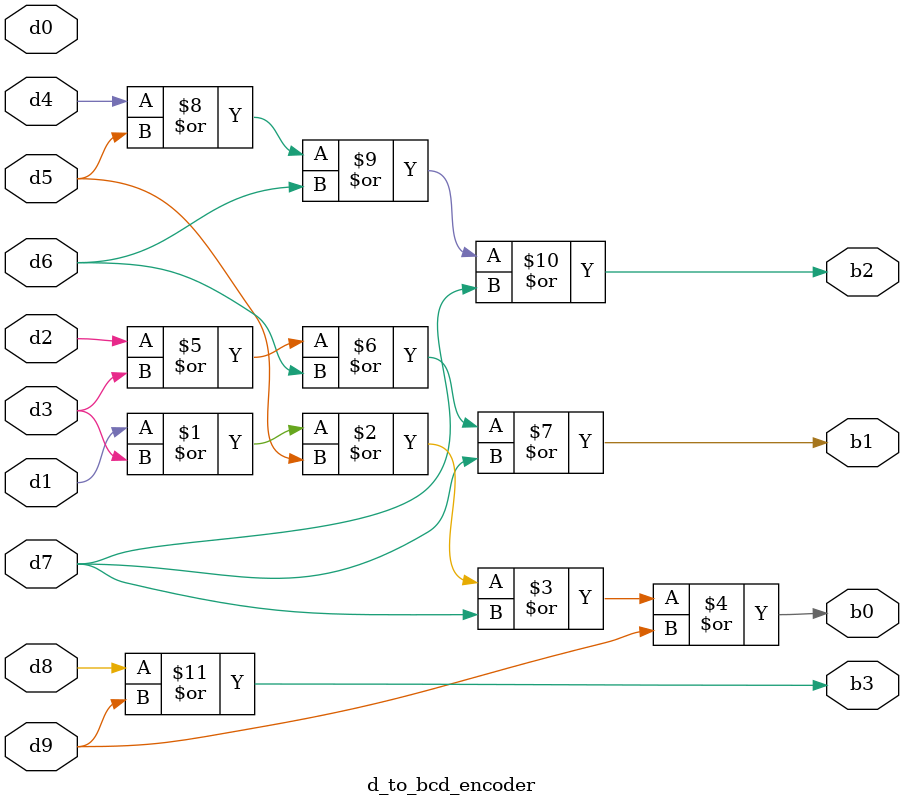
<source format=v>
module d_to_bcd_encoder(input d0,d1,d2,d3,d4,d5,d6,d7,d8,d9, output b0,b1,b2,b3);
 or(b0,d1,d3,d5,d7,d9);
 or(b1,d2,d3,d6,d7);
 or(b2,d4,d5,d6,d7);
 or(b3,d8,d9);
 endmodule

</source>
